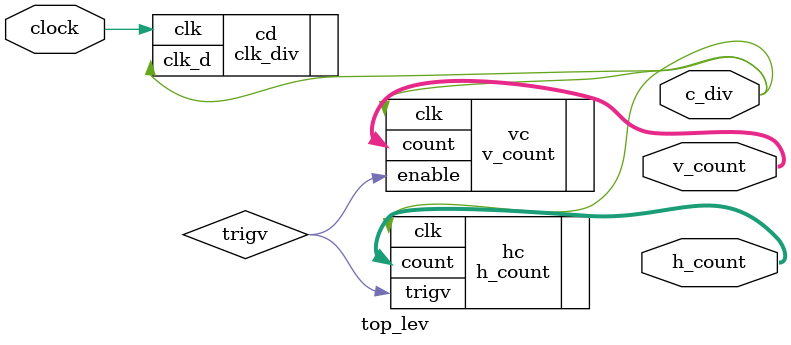
<source format=v>
`timescale 1ns / 1ps

module top_lev(clock, c_div, h_count, v_count);
input clock;
output c_div;
output [9:0] h_count;
output [9:0] v_count;
wire c_div;
wire [9:0] h_count;
wire [9:0] v_count;

clk_div cd(.clk(clock), .clk_d(c_div));
h_count hc(.clk(c_div), .trigv(trigv), .count(h_count));
v_count vc(.clk(c_div), .enable(trigv), .count(v_count));

endmodule
</source>
